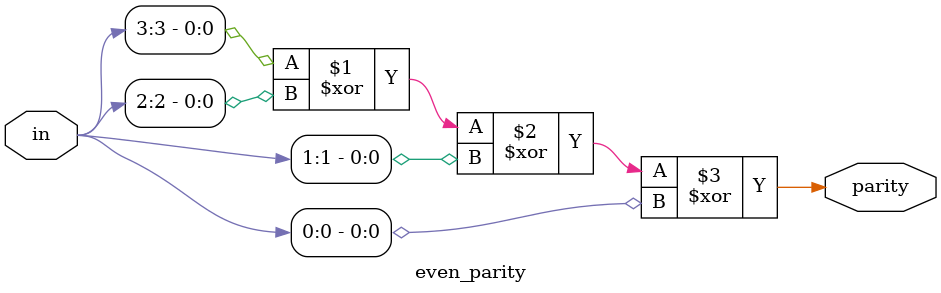
<source format=v>
`timescale 1ns / 1ps

module even_parity(
input [3:0]in,
output parity
    );
    assign parity = in[3]^in[2]^in[1]^in[0];
endmodule

</source>
